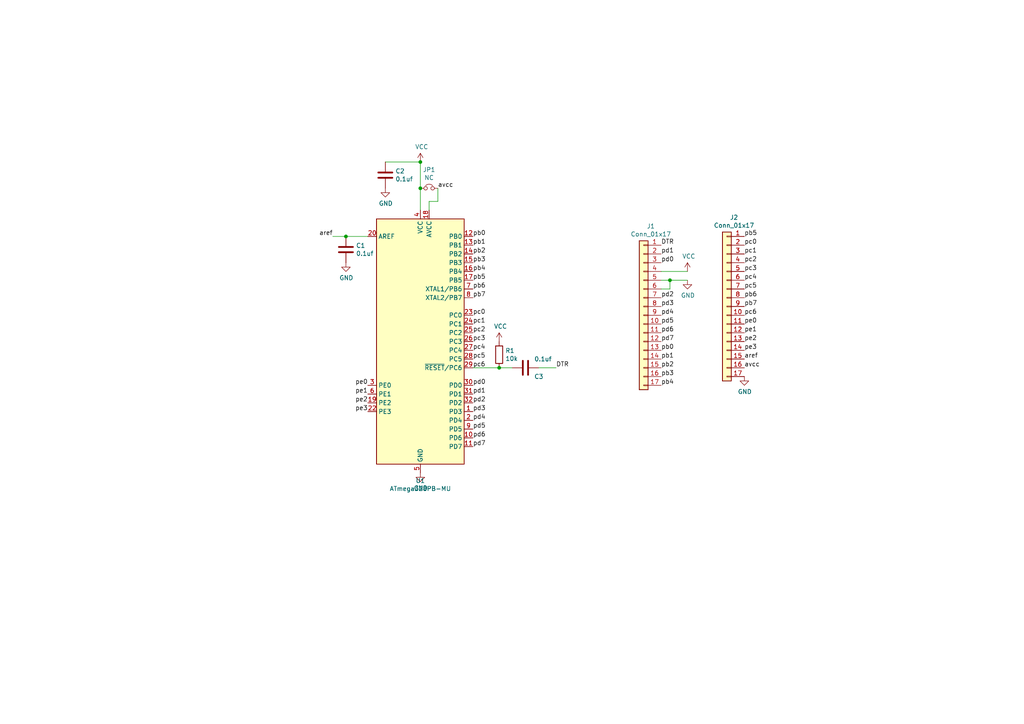
<source format=kicad_sch>
(kicad_sch (version 20230121) (generator eeschema)
  (paper "A4")
  (lib_symbols
    (symbol "ATmega328PB-bread-board-rescue:ATmega328PB-MU-MCU_Microchip_ATmega-ATmega328PB-bread-board-rescue"
      (property "Reference" "U" (at -12.7 36.83 0))
      (property "Value" "ATmega328PB-bread-board-rescue_ATmega328PB-MU-MCU_Microchip_ATmega" (at 2.54 -36.83 0))
      (symbol "ATmega328PB-MU-MCU_Microchip_ATmega-ATmega328PB-bread-board-rescue_0_1"
        (rectangle (start -12.7 -35.56) (end 12.7 35.56) (stroke (width 0.254)) (fill (type background)))
      )
      (symbol "ATmega328PB-MU-MCU_Microchip_ATmega-ATmega328PB-bread-board-rescue_1_1"
        (pin bidirectional line (at 15.24 -20.32 180) (length 2.54) (name "PD3") (number "1"))
        (pin bidirectional line (at 15.24 -27.94 180) (length 2.54) (name "PD6") (number "10"))
        (pin bidirectional line (at 15.24 -30.48 180) (length 2.54) (name "PD7") (number "11"))
        (pin bidirectional line (at 15.24 30.48 180) (length 2.54) (name "PB0") (number "12"))
        (pin bidirectional line (at 15.24 27.94 180) (length 2.54) (name "PB1") (number "13"))
        (pin bidirectional line (at 15.24 25.4 180) (length 2.54) (name "PB2") (number "14"))
        (pin bidirectional line (at 15.24 22.86 180) (length 2.54) (name "PB3") (number "15"))
        (pin bidirectional line (at 15.24 20.32 180) (length 2.54) (name "PB4") (number "16"))
        (pin bidirectional line (at 15.24 17.78 180) (length 2.54) (name "PB5") (number "17"))
        (pin power_in line (at 2.54 38.1 270) (length 2.54) (name "AVCC") (number "18"))
        (pin bidirectional line (at -15.24 -17.78 0) (length 2.54) (name "PE2") (number "19"))
        (pin bidirectional line (at 15.24 -22.86 180) (length 2.54) (name "PD4") (number "2"))
        (pin passive line (at -15.24 30.48 0) (length 2.54) (name "AREF") (number "20"))
        (pin passive line (at 0 -38.1 90) (length 2.54) hide (name "GND") (number "21"))
        (pin bidirectional line (at -15.24 -20.32 0) (length 2.54) (name "PE3") (number "22"))
        (pin bidirectional line (at 15.24 7.62 180) (length 2.54) (name "PC0") (number "23"))
        (pin bidirectional line (at 15.24 5.08 180) (length 2.54) (name "PC1") (number "24"))
        (pin bidirectional line (at 15.24 2.54 180) (length 2.54) (name "PC2") (number "25"))
        (pin bidirectional line (at 15.24 0 180) (length 2.54) (name "PC3") (number "26"))
        (pin bidirectional line (at 15.24 -2.54 180) (length 2.54) (name "PC4") (number "27"))
        (pin bidirectional line (at 15.24 -5.08 180) (length 2.54) (name "PC5") (number "28"))
        (pin bidirectional line (at 15.24 -7.62 180) (length 2.54) (name "~{RESET}/PC6") (number "29"))
        (pin bidirectional line (at -15.24 -12.7 0) (length 2.54) (name "PE0") (number "3"))
        (pin bidirectional line (at 15.24 -12.7 180) (length 2.54) (name "PD0") (number "30"))
        (pin bidirectional line (at 15.24 -15.24 180) (length 2.54) (name "PD1") (number "31"))
        (pin bidirectional line (at 15.24 -17.78 180) (length 2.54) (name "PD2") (number "32"))
        (pin passive line (at 0 -38.1 90) (length 2.54) hide (name "GND") (number "33"))
        (pin power_in line (at 0 38.1 270) (length 2.54) (name "VCC") (number "4"))
        (pin power_in line (at 0 -38.1 90) (length 2.54) (name "GND") (number "5"))
        (pin bidirectional line (at -15.24 -15.24 0) (length 2.54) (name "PE1") (number "6"))
        (pin bidirectional line (at 15.24 15.24 180) (length 2.54) (name "XTAL1/PB6") (number "7"))
        (pin bidirectional line (at 15.24 12.7 180) (length 2.54) (name "XTAL2/PB7") (number "8"))
        (pin bidirectional line (at 15.24 -25.4 180) (length 2.54) (name "PD5") (number "9"))
      )
    )
    (symbol "ATmega328PB-bread-board-rescue:C-Device-ATmega328PB-bread-board-rescue" (pin_numbers hide) (pin_names (offset 0.254))
      (property "Reference" "C" (at 0.635 2.54 0))
      (property "Value" "ATmega328PB-bread-board-rescue_C-Device" (at 0.635 -2.54 0))
      (symbol "C-Device-ATmega328PB-bread-board-rescue_0_1"
        (polyline (pts (xy -2.032 -0.762) (xy 2.032 -0.762)) (stroke (width 0.508)))
        (polyline (pts (xy -2.032 0.762) (xy 2.032 0.762)) (stroke (width 0.508)))
      )
      (symbol "C-Device-ATmega328PB-bread-board-rescue_1_1"
        (pin passive line (at 0 3.81 270) (length 2.794) (name "~") (number "1"))
        (pin passive line (at 0 -3.81 90) (length 2.794) (name "~") (number "2"))
      )
    )
    (symbol "ATmega328PB-bread-board-rescue:Conn_01x17-Connector_Generic-ATmega328PB-bread-board-rescue" (pin_names (offset 1.016) hide)
      (property "Reference" "J" (at 0 22.86 0))
      (property "Value" "ATmega328PB-bread-board-rescue_Conn_01x17-Connector_Generic" (at 0 -22.86 0))
      (symbol "Conn_01x17-Connector_Generic-ATmega328PB-bread-board-rescue_1_1"
        (rectangle (start -1.27 -20.193) (end 0 -20.447) (stroke (width 0.1524)))
        (rectangle (start -1.27 -17.653) (end 0 -17.907) (stroke (width 0.1524)))
        (rectangle (start -1.27 -15.113) (end 0 -15.367) (stroke (width 0.1524)))
        (rectangle (start -1.27 -12.573) (end 0 -12.827) (stroke (width 0.1524)))
        (rectangle (start -1.27 -10.033) (end 0 -10.287) (stroke (width 0.1524)))
        (rectangle (start -1.27 -7.493) (end 0 -7.747) (stroke (width 0.1524)))
        (rectangle (start -1.27 -4.953) (end 0 -5.207) (stroke (width 0.1524)))
        (rectangle (start -1.27 -2.413) (end 0 -2.667) (stroke (width 0.1524)))
        (rectangle (start -1.27 0.127) (end 0 -0.127) (stroke (width 0.1524)))
        (rectangle (start -1.27 2.667) (end 0 2.413) (stroke (width 0.1524)))
        (rectangle (start -1.27 5.207) (end 0 4.953) (stroke (width 0.1524)))
        (rectangle (start -1.27 7.747) (end 0 7.493) (stroke (width 0.1524)))
        (rectangle (start -1.27 10.287) (end 0 10.033) (stroke (width 0.1524)))
        (rectangle (start -1.27 12.827) (end 0 12.573) (stroke (width 0.1524)))
        (rectangle (start -1.27 15.367) (end 0 15.113) (stroke (width 0.1524)))
        (rectangle (start -1.27 17.907) (end 0 17.653) (stroke (width 0.1524)))
        (rectangle (start -1.27 20.447) (end 0 20.193) (stroke (width 0.1524)))
        (rectangle (start -1.27 21.59) (end 1.27 -21.59) (stroke (width 0.254)) (fill (type background)))
        (pin passive line (at -5.08 20.32 0) (length 3.81) (name "Pin_1") (number "1"))
        (pin passive line (at -5.08 -2.54 0) (length 3.81) (name "Pin_10") (number "10"))
        (pin passive line (at -5.08 -5.08 0) (length 3.81) (name "Pin_11") (number "11"))
        (pin passive line (at -5.08 -7.62 0) (length 3.81) (name "Pin_12") (number "12"))
        (pin passive line (at -5.08 -10.16 0) (length 3.81) (name "Pin_13") (number "13"))
        (pin passive line (at -5.08 -12.7 0) (length 3.81) (name "Pin_14") (number "14"))
        (pin passive line (at -5.08 -15.24 0) (length 3.81) (name "Pin_15") (number "15"))
        (pin passive line (at -5.08 -17.78 0) (length 3.81) (name "Pin_16") (number "16"))
        (pin passive line (at -5.08 -20.32 0) (length 3.81) (name "Pin_17") (number "17"))
        (pin passive line (at -5.08 17.78 0) (length 3.81) (name "Pin_2") (number "2"))
        (pin passive line (at -5.08 15.24 0) (length 3.81) (name "Pin_3") (number "3"))
        (pin passive line (at -5.08 12.7 0) (length 3.81) (name "Pin_4") (number "4"))
        (pin passive line (at -5.08 10.16 0) (length 3.81) (name "Pin_5") (number "5"))
        (pin passive line (at -5.08 7.62 0) (length 3.81) (name "Pin_6") (number "6"))
        (pin passive line (at -5.08 5.08 0) (length 3.81) (name "Pin_7") (number "7"))
        (pin passive line (at -5.08 2.54 0) (length 3.81) (name "Pin_8") (number "8"))
        (pin passive line (at -5.08 0 0) (length 3.81) (name "Pin_9") (number "9"))
      )
    )
    (symbol "ATmega328PB-bread-board-rescue:GND-power-ATmega328PB-bread-board-rescue" (power) (pin_names (offset 0))
      (property "Value" "GND-power-ATmega328PB-bread-board-rescue" (at 0 -3.81 0))
      (symbol "GND-power-ATmega328PB-bread-board-rescue_0_1"
        (polyline (pts (xy 0 0) (xy 0 -1.27) (xy 1.27 -1.27) (xy 0 -2.54) (xy -1.27 -1.27) (xy 0 -1.27)))
      )
      (symbol "GND-power-ATmega328PB-bread-board-rescue_1_1"
        (pin power_in line (at 0 0 270) (length 0) hide (name "GND") (number "1"))
      )
    )
    (symbol "ATmega328PB-bread-board-rescue:Jumper_NC_Small-Device-ATmega328PB-bread-board-rescue" (pin_numbers hide) (pin_names (offset 0.762) hide)
      (property "Reference" "JP" (at 0 2.032 0))
      (property "Value" "ATmega328PB-bread-board-rescue_Jumper_NC_Small-Device" (at 0.254 -1.524 0))
      (symbol "Jumper_NC_Small-Device-ATmega328PB-bread-board-rescue_0_1"
        (circle (center -1.016 0) (radius 0.508))
        (circle (center 1.016 0) (radius 0.508))
        (arc (start 1.016 0.762) (mid 0 1.1828) (end -1.016 0.762))
        (pin passive line (at -2.54 0 0) (length 1.016) (name "1") (number "1"))
        (pin passive line (at 2.54 0 180) (length 1.016) (name "2") (number "2"))
      )
    )
    (symbol "ATmega328PB-bread-board-rescue:VCC-power-ATmega328PB-bread-board-rescue" (power) (pin_names (offset 0))
      (property "Value" "VCC-power-ATmega328PB-bread-board-rescue" (at 0 3.81 0))
      (symbol "VCC-power-ATmega328PB-bread-board-rescue_0_1"
        (polyline (pts (xy -0.762 1.27) (xy 0 2.54)))
        (polyline (pts (xy 0 0) (xy 0 2.54)))
        (polyline (pts (xy 0 2.54) (xy 0.762 1.27)))
      )
      (symbol "VCC-power-ATmega328PB-bread-board-rescue_1_1"
        (pin power_in line (at 0 0 90) (length 0) hide (name "VCC") (number "1"))
      )
    )
    (symbol "Device:R" (pin_numbers hide) (pin_names (offset 0))
      (property "Reference" "R" (at 2.032 0 90))
      (property "Value" "R" (at 0 0 90))
      (symbol "R_0_1"
        (rectangle (start -1.016 -2.54) (end 1.016 2.54) (stroke (width 0.254)))
      )
      (symbol "R_1_1"
        (pin passive line (at 0 3.81 270) (length 1.27) (name "~") (number "1"))
        (pin passive line (at 0 -3.81 90) (length 1.27) (name "~") (number "2"))
      )
    )
  )
  (junction (at 121.92 54.61))
  (junction (at 121.92 46.99))
  (junction (at 194.31 81.28))
  (junction (at 100.33 68.58))
  (junction (at 144.78 106.68))
  (wire (pts (xy 144.78 106.68) (xy 148.59 106.68)))
  (wire (pts (xy 100.33 68.58) (xy 106.68 68.58)))
  (wire (pts (xy 100.33 68.58) (xy 96.52 68.58)))
  (wire (pts (xy 194.31 83.82) (xy 191.77 83.82)))
  (wire (pts (xy 127 58.42) (xy 124.46 58.42)))
  (wire (pts (xy 194.31 81.28) (xy 191.77 81.28)))
  (wire (pts (xy 121.92 46.99) (xy 121.92 54.61)))
  (wire (pts (xy 127 54.61) (xy 127 58.42)))
  (wire (pts (xy 137.16 106.68) (xy 144.78 106.68)))
  (wire (pts (xy 194.31 81.28) (xy 194.31 83.82)))
  (wire (pts (xy 121.92 54.61) (xy 121.92 60.96)))
  (wire (pts (xy 111.76 46.99) (xy 121.92 46.99)))
  (wire (pts (xy 199.39 78.74) (xy 191.77 78.74)))
  (wire (pts (xy 124.46 58.42) (xy 124.46 60.96)))
  (wire (pts (xy 161.29 106.68) (xy 156.21 106.68)))
  (wire (pts (xy 199.39 81.28) (xy 194.31 81.28)))
  (label "pc5" (at 215.9 83.82 0))
  (label "pe3" (at 215.9 101.6 0))
  (label "pe1" (at 215.9 96.52 0))
  (label "pd6" (at 191.77 96.52 0))
  (label "pb1" (at 137.16 71.12 0))
  (label "DTR" (at 161.29 106.68 0))
  (label "pc6" (at 215.9 91.44 0))
  (label "pc0" (at 137.16 91.44 0))
  (label "pd4" (at 137.16 121.92 0))
  (label "pb7" (at 215.9 88.9 0))
  (label "pd6" (at 137.16 127 0))
  (label "avcc" (at 127 54.61 0))
  (label "pb3" (at 137.16 76.2 0))
  (label "pe0" (at 215.9 93.98 0))
  (label "pe1" (at 106.68 114.3 180))
  (label "pe0" (at 106.68 111.76 180))
  (label "pd1" (at 137.16 114.3 0))
  (label "pd3" (at 137.16 119.38 0))
  (label "pd2" (at 191.77 86.36 0))
  (label "pe2" (at 106.68 116.84 180))
  (label "pc3" (at 215.9 78.74 0))
  (label "pc4" (at 215.9 81.28 0))
  (label "pd2" (at 137.16 116.84 0))
  (label "pb2" (at 191.77 106.68 0))
  (label "pc1" (at 215.9 73.66 0))
  (label "pb2" (at 137.16 73.66 0))
  (label "pd7" (at 137.16 129.54 0))
  (label "pb5" (at 137.16 81.28 0))
  (label "pb6" (at 215.9 86.36 0))
  (label "pd3" (at 191.77 88.9 0))
  (label "pc4" (at 137.16 101.6 0))
  (label "pe2" (at 215.9 99.06 0))
  (label "avcc" (at 215.9 106.68 0))
  (label "pd0" (at 191.77 76.2 0))
  (label "pd7" (at 191.77 99.06 0))
  (label "pc0" (at 215.9 71.12 0))
  (label "pd5" (at 137.16 124.46 0))
  (label "aref" (at 96.52 68.58 180))
  (label "pb5" (at 215.9 68.58 0))
  (label "pd4" (at 191.77 91.44 0))
  (label "pe3" (at 106.68 119.38 180))
  (label "pb4" (at 137.16 78.74 0))
  (label "pd0" (at 137.16 111.76 0))
  (label "pc2" (at 215.9 76.2 0))
  (label "pb0" (at 137.16 68.58 0))
  (label "pd5" (at 191.77 93.98 0))
  (label "pc6" (at 137.16 106.68 0))
  (label "pb7" (at 137.16 86.36 0))
  (label "pc1" (at 137.16 93.98 0))
  (label "pb4" (at 191.77 111.76 0))
  (label "pd1" (at 191.77 73.66 0))
  (label "pb0" (at 191.77 101.6 0))
  (label "pc3" (at 137.16 99.06 0))
  (label "pc2" (at 137.16 96.52 0))
  (label "pc5" (at 137.16 104.14 0))
  (label "pb3" (at 191.77 109.22 0))
  (label "pb1" (at 191.77 104.14 0))
  (label "pb6" (at 137.16 83.82 0))
  (label "aref" (at 215.9 104.14 0))
  (label "DTR" (at 191.77 71.12 0))
  (symbol (lib_id "ATmega328PB-bread-board-rescue:GND-power-ATmega328PB-bread-board-rescue") (at 121.92 137.16 0) (unit 1)
    (property "Reference" "#PWR0102" (effects hide))
    (property "Value" "GND" (at 122.047 141.5542 0))
  )
  (symbol (lib_id "ATmega328PB-bread-board-rescue:VCC-power-ATmega328PB-bread-board-rescue") (at 121.92 46.99 0) (unit 1)
    (property "Reference" "#PWR0101" (effects hide))
    (property "Value" "VCC" (at 122.301 42.5958 0))
  )
  (symbol (lib_id "ATmega328PB-bread-board-rescue:C-Device-ATmega328PB-bread-board-rescue") (at 100.33 72.39 0) (unit 1)
    (property "Reference" "C1" (at 103.251 71.2216 0) (effects (justify left)))
    (property "Value" "0.1uf" (at 103.251 73.533 0) (effects (justify left)))
    (property "Footprint" "Capacitor_SMD:C_0402_1005Metric" (effects hide))
  )
  (symbol (lib_id "ATmega328PB-bread-board-rescue:GND-power-ATmega328PB-bread-board-rescue") (at 100.33 76.2 0) (unit 1)
    (property "Reference" "#PWR0103" (effects hide))
    (property "Value" "GND" (at 100.457 80.5942 0))
  )
  (symbol (lib_id "ATmega328PB-bread-board-rescue:C-Device-ATmega328PB-bread-board-rescue") (at 111.76 50.8 0) (unit 1)
    (property "Reference" "C2" (at 114.681 49.6316 0) (effects (justify left)))
    (property "Value" "0.1uf" (at 114.681 51.943 0) (effects (justify left)))
    (property "Footprint" "Capacitor_SMD:C_0402_1005Metric" (effects hide))
  )
  (symbol (lib_id "ATmega328PB-bread-board-rescue:GND-power-ATmega328PB-bread-board-rescue") (at 111.76 54.61 0) (unit 1)
    (property "Reference" "#PWR0104" (effects hide))
    (property "Value" "GND" (at 111.887 59.0042 0))
  )
  (symbol (lib_id "ATmega328PB-bread-board-rescue:Jumper_NC_Small-Device-ATmega328PB-bread-board-rescue") (at 124.46 54.61 0) (unit 1)
    (property "Reference" "JP1" (at 124.46 49.2252 0))
    (property "Value" "NC" (at 124.46 51.5366 0))
    (property "Footprint" "Jumper:SolderJumper-2_P1.3mm_Bridged_RoundedPad1.0x1.5mm" (effects hide))
  )
  (symbol (lib_id "ATmega328PB-bread-board-rescue:GND-power-ATmega328PB-bread-board-rescue") (at 215.9 109.22 0) (unit 1)
    (property "Reference" "#PWR0105" (effects hide))
    (property "Value" "GND" (at 216.027 113.6142 0))
  )
  (symbol (lib_id "ATmega328PB-bread-board-rescue:Conn_01x17-Connector_Generic-ATmega328PB-bread-board-rescue") (at 186.69 91.44 0) (mirror y) (unit 1)
    (property "Reference" "J1" (at 188.7728 65.6082 0))
    (property "Value" "Conn_01x17" (at 188.7728 67.9196 0))
    (property "Footprint" "Connector_PinSocket_2.54mm:PinSocket_1x17_P2.54mm_Vertical" (effects hide))
  )
  (symbol (lib_id "ATmega328PB-bread-board-rescue:Conn_01x17-Connector_Generic-ATmega328PB-bread-board-rescue") (at 210.82 88.9 0) (mirror y) (unit 1)
    (property "Reference" "J2" (at 212.9028 63.0682 0))
    (property "Value" "Conn_01x17" (at 212.9028 65.3796 0))
    (property "Footprint" "Connector_PinSocket_2.54mm:PinSocket_1x17_P2.54mm_Vertical" (effects hide))
  )
  (symbol (lib_id "ATmega328PB-bread-board-rescue:GND-power-ATmega328PB-bread-board-rescue") (at 199.39 81.28 0) (unit 1)
    (property "Reference" "#PWR0107" (effects hide))
    (property "Value" "GND" (at 199.517 85.6742 0))
  )
  (symbol (lib_id "ATmega328PB-bread-board-rescue:VCC-power-ATmega328PB-bread-board-rescue") (at 199.39 78.74 0) (unit 1)
    (property "Reference" "#PWR0108" (effects hide))
    (property "Value" "VCC" (at 199.771 74.3458 0))
  )
  (symbol (lib_id "ATmega328PB-bread-board-rescue:ATmega328PB-MU-MCU_Microchip_ATmega-ATmega328PB-bread-board-rescue") (at 121.92 99.06 0) (unit 1)
    (property "Reference" "U1" (at 121.92 139.4206 0))
    (property "Value" "ATmega328PB-MU" (at 121.92 141.732 0))
    (property "Footprint" "Package_DFN_QFN:QFN-32-1EP_5x5mm_P0.5mm_EP3.1x3.1mm" (effects hide))
    (property "Datasheet" "http://ww1.microchip.com/downloads/en/DeviceDoc/40001906C.pdf" (effects hide))
  )
  (symbol (lib_id "ATmega328PB-bread-board-rescue:C-Device-ATmega328PB-bread-board-rescue") (at 152.4 106.68 270) (unit 1)
    (property "Reference" "C3" (at 154.94 109.22 90) (effects (justify left)))
    (property "Value" "0.1uf" (at 154.94 104.14 90) (effects (justify left)))
    (property "Footprint" "Capacitor_SMD:C_0402_1005Metric" (effects hide))
  )
  (symbol (lib_id "Device:R") (at 144.78 102.87 0) (unit 1)
    (property "Reference" "R1" (at 146.558 101.7016 0) (effects (justify left)))
    (property "Value" "10k" (at 146.558 104.013 0) (effects (justify left)))
    (property "Footprint" "Resistor_SMD:R_0603_1608Metric" (effects hide))
  )
  (symbol (lib_id "ATmega328PB-bread-board-rescue:VCC-power-ATmega328PB-bread-board-rescue") (at 144.78 99.06 0) (unit 1)
    (property "Reference" "#PWR0106" (effects hide))
    (property "Value" "VCC" (at 145.161 94.6658 0))
  )
)
</source>
